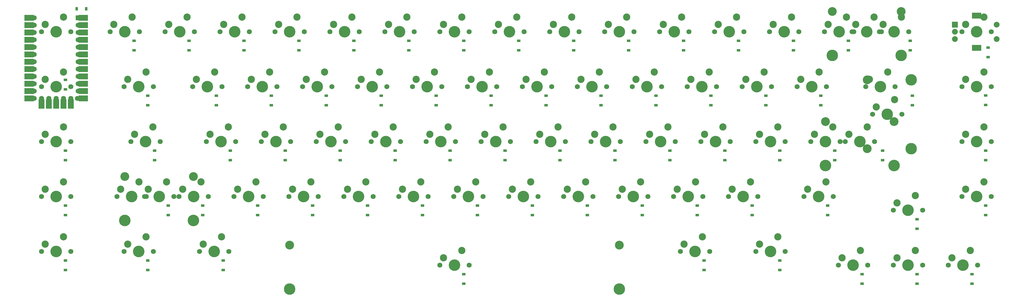
<source format=gbr>
%TF.GenerationSoftware,KiCad,Pcbnew,(6.0.4)*%
%TF.CreationDate,2022-07-27T19:48:40+02:00*%
%TF.ProjectId,65MK,36354d4b-2e6b-4696-9361-645f70636258,rev?*%
%TF.SameCoordinates,Original*%
%TF.FileFunction,Soldermask,Bot*%
%TF.FilePolarity,Negative*%
%FSLAX46Y46*%
G04 Gerber Fmt 4.6, Leading zero omitted, Abs format (unit mm)*
G04 Created by KiCad (PCBNEW (6.0.4)) date 2022-07-27 19:48:40*
%MOMM*%
%LPD*%
G01*
G04 APERTURE LIST*
%ADD10C,1.750000*%
%ADD11C,4.000000*%
%ADD12C,2.500000*%
%ADD13C,3.048000*%
%ADD14C,3.987800*%
%ADD15C,3.050000*%
%ADD16R,2.000000X2.000000*%
%ADD17C,2.000000*%
%ADD18R,3.200000X2.000000*%
%ADD19R,1.200000X0.900000*%
%ADD20R,0.900000X1.200000*%
%ADD21R,1.752600X1.752600*%
%ADD22C,1.752600*%
%ADD23R,3.250000X2.000000*%
%ADD24R,2.000000X3.250000*%
G04 APERTURE END LIST*
D10*
%TO.C,MX4*%
X91757500Y-105568750D03*
X101917500Y-105568750D03*
D11*
X96837500Y-105568750D03*
D12*
X93027500Y-103028750D03*
X99377500Y-100488750D03*
%TD*%
D10*
%TO.C,MX13*%
X263207500Y-105568750D03*
X273367500Y-105568750D03*
D11*
X268287500Y-105568750D03*
D12*
X264477500Y-103028750D03*
X270827500Y-100488750D03*
%TD*%
D10*
%TO.C,MX1*%
X29845000Y-105568750D03*
X40005000Y-105568750D03*
D11*
X34925000Y-105568750D03*
D12*
X31115000Y-103028750D03*
X37465000Y-100488750D03*
%TD*%
D10*
%TO.C,MX46*%
X258445000Y-143668750D03*
X268605000Y-143668750D03*
D11*
X263525000Y-143668750D03*
D12*
X259715000Y-141128750D03*
X266065000Y-138588750D03*
%TD*%
D10*
%TO.C,MX8*%
X167957500Y-105568750D03*
X178117500Y-105568750D03*
D11*
X173037500Y-105568750D03*
D12*
X169227500Y-103028750D03*
X175577500Y-100488750D03*
%TD*%
D10*
%TO.C,MX14*%
X282257500Y-105568750D03*
X292417500Y-105568750D03*
D11*
X287337500Y-105568750D03*
D12*
X283527500Y-103028750D03*
X289877500Y-100488750D03*
%TD*%
D10*
%TO.C,MX16*%
X320357500Y-105568750D03*
X330517500Y-105568750D03*
D11*
X325437500Y-105568750D03*
D12*
X321627500Y-103028750D03*
X327977500Y-100488750D03*
%TD*%
D10*
%TO.C,MX74*%
X344170000Y-186531250D03*
X354330000Y-186531250D03*
D11*
X349250000Y-186531250D03*
D12*
X345440000Y-183991250D03*
X351790000Y-181451250D03*
%TD*%
D10*
%TO.C,MX36*%
X70961250Y-143668750D03*
D11*
X65881250Y-143668750D03*
D10*
X60801250Y-143668750D03*
D12*
X62071250Y-141128750D03*
X68421250Y-138588750D03*
%TD*%
D10*
%TO.C,MX48*%
X296545000Y-143668750D03*
X306705000Y-143668750D03*
D11*
X301625000Y-143668750D03*
D12*
X297815000Y-141128750D03*
X304165000Y-138588750D03*
%TD*%
D10*
%TO.C,MX61*%
X248920000Y-162718750D03*
X259080000Y-162718750D03*
D11*
X254000000Y-162718750D03*
D12*
X250190000Y-160178750D03*
X256540000Y-157638750D03*
%TD*%
D10*
%TO.C,MX55*%
X134620000Y-162718750D03*
X144780000Y-162718750D03*
D11*
X139700000Y-162718750D03*
D12*
X135890000Y-160178750D03*
X142240000Y-157638750D03*
%TD*%
D10*
%TO.C,MX43*%
X201295000Y-143668750D03*
X211455000Y-143668750D03*
D11*
X206375000Y-143668750D03*
D12*
X202565000Y-141128750D03*
X208915000Y-138588750D03*
%TD*%
D10*
%TO.C,MX54*%
X115570000Y-162718750D03*
X125730000Y-162718750D03*
D11*
X120650000Y-162718750D03*
D12*
X116840000Y-160178750D03*
X123190000Y-157638750D03*
%TD*%
D10*
%TO.C,MX68*%
X58420000Y-181768750D03*
X68580000Y-181768750D03*
D11*
X63500000Y-181768750D03*
D12*
X59690000Y-179228750D03*
X66040000Y-176688750D03*
%TD*%
D10*
%TO.C,MX17*%
X348932500Y-105568750D03*
X359092500Y-105568750D03*
D11*
X354012500Y-105568750D03*
D12*
X350202500Y-103028750D03*
X356552500Y-100488750D03*
%TD*%
D10*
%TO.C,MX52*%
X77470000Y-162718750D03*
X87630000Y-162718750D03*
D11*
X82550000Y-162718750D03*
D12*
X78740000Y-160178750D03*
X85090000Y-157638750D03*
%TD*%
D10*
%TO.C,MX33*%
X348932500Y-124618750D03*
X359092500Y-124618750D03*
D11*
X354012500Y-124618750D03*
D12*
X350202500Y-122078750D03*
X356552500Y-119538750D03*
%TD*%
D10*
%TO.C,MX49*%
X348932500Y-143668750D03*
X359092500Y-143668750D03*
D11*
X354012500Y-143668750D03*
D12*
X350202500Y-141128750D03*
X356552500Y-138588750D03*
%TD*%
D10*
%TO.C,MX26*%
X196532500Y-124618750D03*
X206692500Y-124618750D03*
D11*
X201612500Y-124618750D03*
D12*
X197802500Y-122078750D03*
X204152500Y-119538750D03*
%TD*%
D10*
%TO.C,MX29*%
X253682500Y-124618750D03*
X263842500Y-124618750D03*
D11*
X258762500Y-124618750D03*
D12*
X254952500Y-122078750D03*
X261302500Y-119538750D03*
%TD*%
D10*
%TO.C,MX30*%
X272732500Y-124618750D03*
X282892500Y-124618750D03*
D11*
X277812500Y-124618750D03*
D12*
X274002500Y-122078750D03*
X280352500Y-119538750D03*
%TD*%
D10*
%TO.C,MX27*%
X215582500Y-124618750D03*
X225742500Y-124618750D03*
D11*
X220662500Y-124618750D03*
D12*
X216852500Y-122078750D03*
X223202500Y-119538750D03*
%TD*%
D10*
%TO.C,MX37*%
X86995000Y-143668750D03*
X97155000Y-143668750D03*
D11*
X92075000Y-143668750D03*
D12*
X88265000Y-141128750D03*
X94615000Y-138588750D03*
%TD*%
D10*
%TO.C,MX53*%
X96520000Y-162718750D03*
X106680000Y-162718750D03*
D11*
X101600000Y-162718750D03*
D12*
X97790000Y-160178750D03*
X104140000Y-157638750D03*
%TD*%
D10*
%TO.C,MX10*%
X206057500Y-105568750D03*
X216217500Y-105568750D03*
D11*
X211137500Y-105568750D03*
D12*
X207327500Y-103028750D03*
X213677500Y-100488750D03*
%TD*%
D10*
%TO.C,MX62*%
X267970000Y-162718750D03*
X278130000Y-162718750D03*
D11*
X273050000Y-162718750D03*
D12*
X269240000Y-160178750D03*
X275590000Y-157638750D03*
%TD*%
D10*
%TO.C,MX50*%
X29845000Y-162718750D03*
X40005000Y-162718750D03*
D11*
X34925000Y-162718750D03*
D12*
X31115000Y-160178750D03*
X37465000Y-157638750D03*
%TD*%
D10*
%TO.C,MX60*%
X229870000Y-162718750D03*
X240030000Y-162718750D03*
D11*
X234950000Y-162718750D03*
D12*
X231140000Y-160178750D03*
X237490000Y-157638750D03*
%TD*%
D10*
%TO.C,MX71*%
X277495000Y-181768750D03*
X287655000Y-181768750D03*
D11*
X282575000Y-181768750D03*
D12*
X278765000Y-179228750D03*
X285115000Y-176688750D03*
%TD*%
D10*
%TO.C,MX70*%
X261461250Y-181768750D03*
X251301250Y-181768750D03*
D11*
X256381250Y-181768750D03*
D12*
X252571250Y-179228750D03*
X258921250Y-176688750D03*
%TD*%
D13*
%TO.C,MX34*%
X316071250Y-146081750D03*
D11*
X325431250Y-151908750D03*
D10*
X328136250Y-134143750D03*
D14*
X331311250Y-122205750D03*
D13*
X316071250Y-122205750D03*
D11*
X301631250Y-151908750D03*
D10*
X318611250Y-143668750D03*
D14*
X323056250Y-134143750D03*
D11*
X313531250Y-143668750D03*
D10*
X317976250Y-134143750D03*
D15*
X301631250Y-136668750D03*
D14*
X331311250Y-146081750D03*
D15*
X325431250Y-136668750D03*
D10*
X308451250Y-143668750D03*
D12*
X309721250Y-141128750D03*
X319246250Y-131603750D03*
X325596250Y-129063750D03*
X316071250Y-138588750D03*
%TD*%
D10*
%TO.C,MX28*%
X234632500Y-124618750D03*
X244792500Y-124618750D03*
D11*
X239712500Y-124618750D03*
D12*
X235902500Y-122078750D03*
X242252500Y-119538750D03*
%TD*%
D10*
%TO.C,MX65*%
X348932500Y-162718750D03*
X359092500Y-162718750D03*
D11*
X354012500Y-162718750D03*
D12*
X350202500Y-160178750D03*
X356552500Y-157638750D03*
%TD*%
D10*
%TO.C,MX73*%
X325120000Y-186531250D03*
X335280000Y-186531250D03*
D11*
X330200000Y-186531250D03*
D12*
X326390000Y-183991250D03*
X332740000Y-181451250D03*
%TD*%
D10*
%TO.C,MX6*%
X129857500Y-105568750D03*
X140017500Y-105568750D03*
D11*
X134937500Y-105568750D03*
D12*
X131127500Y-103028750D03*
X137477500Y-100488750D03*
%TD*%
D10*
%TO.C,MX5*%
X110807500Y-105568750D03*
X120967500Y-105568750D03*
D11*
X115887500Y-105568750D03*
D12*
X112077500Y-103028750D03*
X118427500Y-100488750D03*
%TD*%
D10*
%TO.C,MX3*%
X72707500Y-105568750D03*
X82867500Y-105568750D03*
D11*
X77787500Y-105568750D03*
D12*
X73977500Y-103028750D03*
X80327500Y-100488750D03*
%TD*%
D10*
%TO.C,MX18*%
X29845000Y-124618750D03*
X40005000Y-124618750D03*
D11*
X34925000Y-124618750D03*
D12*
X31115000Y-122078750D03*
X37465000Y-119538750D03*
%TD*%
D10*
%TO.C,MX31*%
X291782500Y-124618750D03*
X301942500Y-124618750D03*
D11*
X296862500Y-124618750D03*
D12*
X293052500Y-122078750D03*
X299402500Y-119538750D03*
%TD*%
D10*
%TO.C,MX2*%
X53657500Y-105568750D03*
X63817500Y-105568750D03*
D11*
X58737500Y-105568750D03*
D12*
X54927500Y-103028750D03*
X61277500Y-100488750D03*
%TD*%
D10*
%TO.C,MX25*%
X177482500Y-124618750D03*
X187642500Y-124618750D03*
D11*
X182562500Y-124618750D03*
D12*
X178752500Y-122078750D03*
X185102500Y-119538750D03*
%TD*%
D10*
%TO.C,MX23*%
X139382500Y-124618750D03*
X149542500Y-124618750D03*
D11*
X144462500Y-124618750D03*
D12*
X140652500Y-122078750D03*
X147002500Y-119538750D03*
%TD*%
D10*
%TO.C,MX69*%
X94773750Y-181768750D03*
X84613750Y-181768750D03*
D11*
X89693750Y-181768750D03*
D12*
X85883750Y-179228750D03*
X92233750Y-176688750D03*
%TD*%
D10*
%TO.C,MX44*%
X220345000Y-143668750D03*
X230505000Y-143668750D03*
D11*
X225425000Y-143668750D03*
D12*
X221615000Y-141128750D03*
X227965000Y-138588750D03*
%TD*%
D13*
%TO.C,MX66*%
X230187500Y-179546250D03*
D10*
X167957500Y-186531250D03*
D14*
X230187500Y-194786250D03*
D11*
X173037500Y-186531250D03*
D13*
X115887500Y-179546250D03*
D10*
X178117500Y-186531250D03*
D14*
X115887500Y-194786250D03*
D12*
X169227500Y-183991250D03*
X175577500Y-181451250D03*
%TD*%
D10*
%TO.C,MX72*%
X306070000Y-186531250D03*
X316230000Y-186531250D03*
D11*
X311150000Y-186531250D03*
D12*
X307340000Y-183991250D03*
X313690000Y-181451250D03*
%TD*%
D11*
%TO.C,MX51*%
X70643750Y-162718750D03*
X61118750Y-162718750D03*
X82543750Y-170958750D03*
D15*
X82543750Y-155718750D03*
D11*
X58743750Y-170958750D03*
D15*
X58743750Y-155718750D03*
D10*
X65563750Y-162718750D03*
X66198750Y-162718750D03*
X75723750Y-162718750D03*
X56038750Y-162718750D03*
D12*
X66833750Y-160178750D03*
X57308750Y-160178750D03*
X63658750Y-157638750D03*
X73183750Y-157638750D03*
%TD*%
D10*
%TO.C,MX64*%
X325120000Y-167481250D03*
X335280000Y-167481250D03*
D11*
X330200000Y-167481250D03*
D12*
X326390000Y-164941250D03*
X332740000Y-162401250D03*
%TD*%
D10*
%TO.C,MX39*%
X125095000Y-143668750D03*
X135255000Y-143668750D03*
D11*
X130175000Y-143668750D03*
D12*
X126365000Y-141128750D03*
X132715000Y-138588750D03*
%TD*%
D10*
%TO.C,MX47*%
X277495000Y-143668750D03*
X287655000Y-143668750D03*
D11*
X282575000Y-143668750D03*
D12*
X278765000Y-141128750D03*
X285115000Y-138588750D03*
%TD*%
D16*
%TO.C,SW1*%
X346512500Y-103068750D03*
D17*
X346512500Y-108068750D03*
X346512500Y-105568750D03*
D18*
X354012500Y-99968750D03*
X354012500Y-111168750D03*
D17*
X361012500Y-108068750D03*
X361012500Y-103068750D03*
%TD*%
D10*
%TO.C,MX59*%
X210820000Y-162718750D03*
X220980000Y-162718750D03*
D11*
X215900000Y-162718750D03*
D12*
X212090000Y-160178750D03*
X218440000Y-157638750D03*
%TD*%
D10*
%TO.C,MX42*%
X182245000Y-143668750D03*
X192405000Y-143668750D03*
D11*
X187325000Y-143668750D03*
D12*
X183515000Y-141128750D03*
X189865000Y-138588750D03*
%TD*%
D10*
%TO.C,MX38*%
X106045000Y-143668750D03*
X116205000Y-143668750D03*
D11*
X111125000Y-143668750D03*
D12*
X107315000Y-141128750D03*
X113665000Y-138588750D03*
%TD*%
D10*
%TO.C,MX15*%
X320992500Y-105568750D03*
D14*
X327850500Y-113757611D03*
D13*
X303974500Y-98517611D03*
D14*
X303974500Y-113757611D03*
D10*
X311467500Y-105568750D03*
D11*
X315912500Y-105568750D03*
D10*
X301307500Y-105568750D03*
X310832500Y-105568750D03*
D13*
X327850500Y-98517611D03*
D11*
X306387500Y-105568750D03*
D12*
X302577500Y-103028750D03*
X312102500Y-103028750D03*
X318452500Y-100488750D03*
X308927500Y-100488750D03*
%TD*%
D10*
%TO.C,MX41*%
X163195000Y-143668750D03*
X173355000Y-143668750D03*
D11*
X168275000Y-143668750D03*
D12*
X164465000Y-141128750D03*
X170815000Y-138588750D03*
%TD*%
D10*
%TO.C,MX24*%
X158432500Y-124618750D03*
X168592500Y-124618750D03*
D11*
X163512500Y-124618750D03*
D12*
X159702500Y-122078750D03*
X166052500Y-119538750D03*
%TD*%
D10*
%TO.C,MX12*%
X244157500Y-105568750D03*
X254317500Y-105568750D03*
D11*
X249237500Y-105568750D03*
D12*
X245427500Y-103028750D03*
X251777500Y-100488750D03*
%TD*%
D10*
%TO.C,MX63*%
X304323750Y-162718750D03*
D11*
X299243750Y-162718750D03*
D10*
X294163750Y-162718750D03*
D12*
X295433750Y-160178750D03*
X301783750Y-157638750D03*
%TD*%
D10*
%TO.C,MX11*%
X225107500Y-105568750D03*
X235267500Y-105568750D03*
D11*
X230187500Y-105568750D03*
D12*
X226377500Y-103028750D03*
X232727500Y-100488750D03*
%TD*%
D10*
%TO.C,MX58*%
X191770000Y-162718750D03*
X201930000Y-162718750D03*
D11*
X196850000Y-162718750D03*
D12*
X193040000Y-160178750D03*
X199390000Y-157638750D03*
%TD*%
D10*
%TO.C,MX45*%
X239395000Y-143668750D03*
X249555000Y-143668750D03*
D11*
X244475000Y-143668750D03*
D12*
X240665000Y-141128750D03*
X247015000Y-138588750D03*
%TD*%
D10*
%TO.C,MX35*%
X29845000Y-143668750D03*
X40005000Y-143668750D03*
D11*
X34925000Y-143668750D03*
D12*
X31115000Y-141128750D03*
X37465000Y-138588750D03*
%TD*%
D10*
%TO.C,MX19*%
X58420000Y-124618750D03*
X68580000Y-124618750D03*
D11*
X63500000Y-124618750D03*
D12*
X59690000Y-122078750D03*
X66040000Y-119538750D03*
%TD*%
D10*
%TO.C,MX32*%
X315595000Y-124618750D03*
X325755000Y-124618750D03*
D11*
X320675000Y-124618750D03*
D12*
X316865000Y-122078750D03*
X323215000Y-119538750D03*
%TD*%
D10*
%TO.C,MX40*%
X144145000Y-143668750D03*
X154305000Y-143668750D03*
D11*
X149225000Y-143668750D03*
D12*
X145415000Y-141128750D03*
X151765000Y-138588750D03*
%TD*%
D10*
%TO.C,MX9*%
X187007500Y-105568750D03*
X197167500Y-105568750D03*
D11*
X192087500Y-105568750D03*
D12*
X188277500Y-103028750D03*
X194627500Y-100488750D03*
%TD*%
D10*
%TO.C,MX7*%
X148907500Y-105568750D03*
X159067500Y-105568750D03*
D11*
X153987500Y-105568750D03*
D12*
X150177500Y-103028750D03*
X156527500Y-100488750D03*
%TD*%
D10*
%TO.C,MX21*%
X101282500Y-124618750D03*
X111442500Y-124618750D03*
D11*
X106362500Y-124618750D03*
D12*
X102552500Y-122078750D03*
X108902500Y-119538750D03*
%TD*%
D10*
%TO.C,MX22*%
X120332500Y-124618750D03*
X130492500Y-124618750D03*
D11*
X125412500Y-124618750D03*
D12*
X121602500Y-122078750D03*
X127952500Y-119538750D03*
%TD*%
D10*
%TO.C,MX57*%
X172720000Y-162718750D03*
X182880000Y-162718750D03*
D11*
X177800000Y-162718750D03*
D12*
X173990000Y-160178750D03*
X180340000Y-157638750D03*
%TD*%
D10*
%TO.C,MX20*%
X82232500Y-124618750D03*
X92392500Y-124618750D03*
D11*
X87312500Y-124618750D03*
D12*
X83502500Y-122078750D03*
X89852500Y-119538750D03*
%TD*%
D10*
%TO.C,MX67*%
X29845000Y-181768750D03*
X40005000Y-181768750D03*
D11*
X34925000Y-181768750D03*
D12*
X31115000Y-179228750D03*
X37465000Y-176688750D03*
%TD*%
D10*
%TO.C,MX56*%
X153670000Y-162718750D03*
X163830000Y-162718750D03*
D11*
X158750000Y-162718750D03*
D12*
X154940000Y-160178750D03*
X161290000Y-157638750D03*
%TD*%
D19*
%TO.C,D62*%
X257175000Y-169131250D03*
X257175000Y-165831250D03*
%TD*%
%TO.C,D58*%
X180975000Y-169131250D03*
X180975000Y-165831250D03*
%TD*%
%TO.C,D69*%
X66675000Y-188181250D03*
X66675000Y-184881250D03*
%TD*%
%TO.C,D57*%
X161925000Y-169131250D03*
X161925000Y-165831250D03*
%TD*%
%TO.C,D14*%
X290512500Y-111981250D03*
X290512500Y-108681250D03*
%TD*%
%TO.C,D74*%
X333375000Y-192943750D03*
X333375000Y-189643750D03*
%TD*%
%TO.C,D39*%
X114300000Y-150081250D03*
X114300000Y-146781250D03*
%TD*%
%TO.C,D7*%
X157162500Y-111981250D03*
X157162500Y-108681250D03*
%TD*%
%TO.C,D5*%
X119062500Y-111981250D03*
X119062500Y-108681250D03*
%TD*%
%TO.C,D21*%
X90487500Y-131031250D03*
X90487500Y-127731250D03*
%TD*%
%TO.C,D44*%
X209550000Y-150081250D03*
X209550000Y-146781250D03*
%TD*%
%TO.C,D11*%
X233362500Y-111981250D03*
X233362500Y-108681250D03*
%TD*%
%TO.C,D22*%
X109537500Y-131031250D03*
X109537500Y-127731250D03*
%TD*%
%TO.C,D19*%
X38100000Y-125537500D03*
X38100000Y-122237500D03*
%TD*%
%TO.C,D46*%
X247650000Y-150081250D03*
X247650000Y-146781250D03*
%TD*%
%TO.C,D73*%
X314325000Y-192943750D03*
X314325000Y-189643750D03*
%TD*%
%TO.C,D38*%
X95250000Y-150081250D03*
X95250000Y-146781250D03*
%TD*%
%TO.C,D55*%
X123825000Y-169131250D03*
X123825000Y-165831250D03*
%TD*%
%TO.C,D71*%
X259556250Y-188181250D03*
X259556250Y-184881250D03*
%TD*%
%TO.C,D36*%
X38100000Y-150081250D03*
X38100000Y-146781250D03*
%TD*%
%TO.C,D43*%
X190500000Y-150081250D03*
X190500000Y-146781250D03*
%TD*%
%TO.C,D66*%
X357187500Y-169131250D03*
X357187500Y-165831250D03*
%TD*%
%TO.C,D52*%
X73818750Y-169131250D03*
X73818750Y-165831250D03*
%TD*%
%TO.C,D48*%
X285750000Y-150081250D03*
X285750000Y-146781250D03*
%TD*%
%TO.C,D6*%
X138112500Y-111981250D03*
X138112500Y-108681250D03*
%TD*%
%TO.C,D53*%
X85725000Y-169131250D03*
X85725000Y-165831250D03*
%TD*%
%TO.C,D61*%
X238125000Y-169131250D03*
X238125000Y-165831250D03*
%TD*%
%TO.C,D24*%
X147637500Y-131031250D03*
X147637500Y-127731250D03*
%TD*%
%TO.C,D31*%
X280987500Y-131031250D03*
X280987500Y-127731250D03*
%TD*%
%TO.C,D20*%
X66675000Y-131031250D03*
X66675000Y-127731250D03*
%TD*%
%TO.C,D26*%
X185737500Y-131031250D03*
X185737500Y-127731250D03*
%TD*%
%TO.C,D3*%
X80962500Y-111981250D03*
X80962500Y-108681250D03*
%TD*%
%TO.C,D12*%
X252412500Y-111981250D03*
X252412500Y-108681250D03*
%TD*%
%TO.C,D45*%
X228600000Y-150081250D03*
X228600000Y-146781250D03*
%TD*%
%TO.C,D72*%
X285750000Y-188181250D03*
X285750000Y-184881250D03*
%TD*%
%TO.C,D2*%
X61912500Y-111981250D03*
X61912500Y-108681250D03*
%TD*%
%TO.C,D42*%
X171450000Y-150081250D03*
X171450000Y-146781250D03*
%TD*%
%TO.C,D15*%
X309562500Y-111981250D03*
X309562500Y-108681250D03*
%TD*%
%TO.C,D41*%
X152400000Y-150081250D03*
X152400000Y-146781250D03*
%TD*%
%TO.C,D4*%
X100012500Y-111981250D03*
X100012500Y-108681250D03*
%TD*%
%TO.C,D28*%
X223837500Y-131031250D03*
X223837500Y-127731250D03*
%TD*%
%TO.C,D33*%
X331787500Y-131031250D03*
X331787500Y-127731250D03*
%TD*%
%TO.C,D64*%
X302418750Y-169131250D03*
X302418750Y-165831250D03*
%TD*%
%TO.C,D37*%
X69056250Y-150081250D03*
X69056250Y-146781250D03*
%TD*%
%TO.C,D59*%
X200025000Y-169131250D03*
X200025000Y-165831250D03*
%TD*%
%TO.C,D30*%
X261937500Y-131031250D03*
X261937500Y-127731250D03*
%TD*%
%TO.C,D16*%
X330993750Y-111981250D03*
X330993750Y-108681250D03*
%TD*%
%TO.C,D25*%
X166687500Y-131031250D03*
X166687500Y-127731250D03*
%TD*%
%TO.C,D65*%
X333375000Y-173893750D03*
X333375000Y-170593750D03*
%TD*%
%TO.C,D34*%
X357187500Y-130968750D03*
X357187500Y-127668750D03*
%TD*%
%TO.C,D29*%
X242887500Y-131031250D03*
X242887500Y-127731250D03*
%TD*%
D20*
%TO.C,D1*%
X45306250Y-97631250D03*
X42006250Y-97631250D03*
%TD*%
D19*
%TO.C,D13*%
X271462500Y-111981250D03*
X271462500Y-108681250D03*
%TD*%
%TO.C,D60*%
X219075000Y-169131250D03*
X219075000Y-165831250D03*
%TD*%
%TO.C,D40*%
X133350000Y-150081250D03*
X133350000Y-146781250D03*
%TD*%
%TO.C,D32*%
X300037500Y-131031250D03*
X300037500Y-127731250D03*
%TD*%
%TO.C,D70*%
X92868750Y-188181250D03*
X92868750Y-184881250D03*
%TD*%
%TO.C,D47*%
X266700000Y-150081250D03*
X266700000Y-146781250D03*
%TD*%
%TO.C,D50*%
X357187500Y-150081250D03*
X357187500Y-146781250D03*
%TD*%
%TO.C,D51*%
X38100000Y-169131250D03*
X38100000Y-165831250D03*
%TD*%
%TO.C,D54*%
X104775000Y-169131250D03*
X104775000Y-165831250D03*
%TD*%
%TO.C,D56*%
X142875000Y-169131250D03*
X142875000Y-165831250D03*
%TD*%
%TO.C,D63*%
X276225000Y-169131250D03*
X276225000Y-165831250D03*
%TD*%
%TO.C,D68*%
X38100000Y-188181250D03*
X38100000Y-184881250D03*
%TD*%
%TO.C,D49*%
X304800000Y-150081250D03*
X304800000Y-146781250D03*
%TD*%
%TO.C,D8*%
X176212500Y-111981250D03*
X176212500Y-108681250D03*
%TD*%
%TO.C,D17*%
X357981250Y-114362500D03*
X357981250Y-111062500D03*
%TD*%
D21*
%TO.C,EC1*%
X42545000Y-100729250D03*
D22*
X42545000Y-103269250D03*
X42545000Y-105809250D03*
X42545000Y-108349250D03*
X42545000Y-110889250D03*
X42545000Y-113429250D03*
X42545000Y-115969250D03*
X42545000Y-118509250D03*
X42545000Y-121049250D03*
X42545000Y-123589250D03*
X42545000Y-126129250D03*
X27305000Y-128669250D03*
X27305000Y-126129250D03*
X27305000Y-123589250D03*
X27305000Y-121049250D03*
X27305000Y-118509250D03*
X27305000Y-115969250D03*
X27305000Y-113429250D03*
X27305000Y-110889250D03*
X27305000Y-108349250D03*
X27305000Y-105809250D03*
X27305000Y-103269250D03*
X42316400Y-128669250D03*
X27305000Y-100729250D03*
X29845000Y-128669250D03*
X32385000Y-128669250D03*
X34925000Y-128669250D03*
X37465000Y-128669250D03*
X40005000Y-128669250D03*
D23*
X44323000Y-100729250D03*
X44323000Y-103269250D03*
X44323000Y-105809250D03*
X44323000Y-108349250D03*
X44323000Y-110889250D03*
X44323000Y-113429250D03*
X44323000Y-115969250D03*
X44323000Y-118509250D03*
X44323000Y-121049250D03*
X44323000Y-123589250D03*
X44323000Y-126129250D03*
X44323000Y-128669250D03*
X25527000Y-128669250D03*
X25527000Y-126129250D03*
X25527000Y-123589250D03*
X25527000Y-121049250D03*
X25527000Y-118509250D03*
X25527000Y-115969250D03*
X25527000Y-113429250D03*
X25527000Y-110889250D03*
X25527000Y-108349250D03*
X25527000Y-105809250D03*
X25527000Y-103269250D03*
X25527000Y-100729250D03*
D24*
X40005000Y-130574250D03*
X37465000Y-130574250D03*
X34925000Y-130574250D03*
X32385000Y-130574250D03*
X29845000Y-130574250D03*
%TD*%
D19*
%TO.C,D75*%
X352425000Y-192943750D03*
X352425000Y-189643750D03*
%TD*%
%TO.C,D35*%
X321468750Y-150081250D03*
X321468750Y-146781250D03*
%TD*%
%TO.C,D10*%
X214312500Y-111981250D03*
X214312500Y-108681250D03*
%TD*%
%TO.C,D23*%
X128587500Y-131031250D03*
X128587500Y-127731250D03*
%TD*%
%TO.C,D67*%
X176212500Y-192943750D03*
X176212500Y-189643750D03*
%TD*%
%TO.C,D9*%
X195262500Y-111981250D03*
X195262500Y-108681250D03*
%TD*%
%TO.C,D27*%
X204787500Y-131031250D03*
X204787500Y-127731250D03*
%TD*%
M02*

</source>
